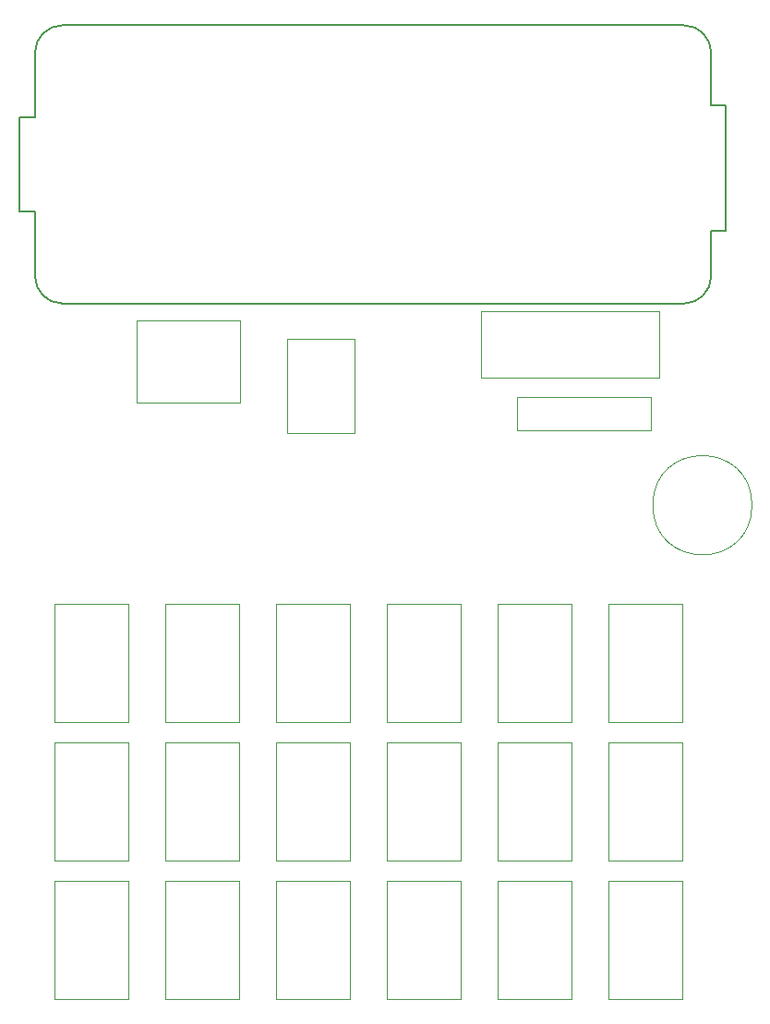
<source format=gbr>
%TF.GenerationSoftware,KiCad,Pcbnew,7.0.10-1.fc39*%
%TF.CreationDate,2024-02-14T22:36:16-06:00*%
%TF.ProjectId,mkr-sensor-shield,6d6b722d-7365-46e7-936f-722d73686965,rev?*%
%TF.SameCoordinates,Original*%
%TF.FileFunction,Other,User*%
%FSLAX46Y46*%
G04 Gerber Fmt 4.6, Leading zero omitted, Abs format (unit mm)*
G04 Created by KiCad (PCBNEW 7.0.10-1.fc39) date 2024-02-14 22:36:16*
%MOMM*%
%LPD*%
G01*
G04 APERTURE LIST*
%ADD10C,0.050000*%
%ADD11C,0.150000*%
G04 APERTURE END LIST*
D10*
%TO.C,J5*%
X161260001Y-144075001D02*
X168010001Y-144075001D01*
X168010001Y-144075001D02*
X168010001Y-133175001D01*
X161260001Y-133175001D02*
X161260001Y-144075001D01*
X168010001Y-133175001D02*
X161260001Y-133175001D01*
%TO.C,J10*%
X140940001Y-131375001D02*
X147690001Y-131375001D01*
X147690001Y-131375001D02*
X147690001Y-120475001D01*
X140940001Y-120475001D02*
X140940001Y-131375001D01*
X147690001Y-120475001D02*
X140940001Y-120475001D01*
%TO.C,J18*%
X151100001Y-118675001D02*
X157850001Y-118675001D01*
X157850001Y-118675001D02*
X157850001Y-107775001D01*
X151100001Y-107775001D02*
X151100001Y-118675001D01*
X157850001Y-107775001D02*
X151100001Y-107775001D01*
%TO.C,J15*%
X181580001Y-118675001D02*
X188330001Y-118675001D01*
X188330001Y-118675001D02*
X188330001Y-107775001D01*
X181580001Y-107775001D02*
X181580001Y-118675001D01*
X188330001Y-107775001D02*
X181580001Y-107775001D01*
%TO.C,H1*%
X194760001Y-98765001D02*
G75*
G03*
X185660001Y-98765001I-4550000J0D01*
G01*
X185660001Y-98765001D02*
G75*
G03*
X194760001Y-98765001I4550000J0D01*
G01*
%TO.C,SW1*%
X138304801Y-81835001D02*
X138554801Y-81835001D01*
X138304801Y-82085001D02*
X138304801Y-81835001D01*
X138304801Y-89085001D02*
X138304801Y-82085001D01*
X138304801Y-89085001D02*
X138304801Y-89335001D01*
X138304801Y-89335001D02*
X138554801Y-89335001D01*
X138554801Y-81835001D02*
X147554801Y-81835001D01*
X147554801Y-81835001D02*
X147804801Y-81835001D01*
X147554801Y-89335001D02*
X138554801Y-89335001D01*
X147554801Y-89335001D02*
X147804801Y-89335001D01*
X147804801Y-81835001D02*
X147804801Y-82085001D01*
X147804801Y-82085001D02*
X147804801Y-89085001D01*
X147804801Y-89335001D02*
X147804801Y-89085001D01*
%TO.C,J7*%
X181580001Y-144075001D02*
X188330001Y-144075001D01*
X188330001Y-144075001D02*
X188330001Y-133175001D01*
X181580001Y-133175001D02*
X181580001Y-144075001D01*
X188330001Y-133175001D02*
X181580001Y-133175001D01*
%TO.C,J9*%
X130780001Y-131375001D02*
X137530001Y-131375001D01*
X137530001Y-131375001D02*
X137530001Y-120475001D01*
X130780001Y-120475001D02*
X130780001Y-131375001D01*
X137530001Y-120475001D02*
X130780001Y-120475001D01*
%TO.C,J16*%
X130780001Y-118675001D02*
X137530001Y-118675001D01*
X137530001Y-118675001D02*
X137530001Y-107775001D01*
X130780001Y-107775001D02*
X130780001Y-118675001D01*
X137530001Y-107775001D02*
X130780001Y-107775001D01*
%TO.C,J6*%
X171420001Y-144075001D02*
X178170001Y-144075001D01*
X178170001Y-144075001D02*
X178170001Y-133175001D01*
X171420001Y-133175001D02*
X171420001Y-144075001D01*
X178170001Y-133175001D02*
X171420001Y-133175001D01*
D11*
%TO.C,A1*%
X127556001Y-63197001D02*
X129006001Y-63197001D01*
X127556001Y-71833001D02*
X127556001Y-63197001D01*
X129006001Y-63197001D02*
X129006001Y-57265001D01*
X129006001Y-71833001D02*
X127556001Y-71833001D01*
X129006001Y-77765001D02*
X129006001Y-71833001D01*
X131510001Y-54761001D02*
X188510001Y-54761001D01*
X188510001Y-80269001D02*
X131510001Y-80269001D01*
X191014001Y-57265001D02*
X191014001Y-62057001D01*
X191014001Y-62057001D02*
X192364001Y-62057001D01*
X191014001Y-73565001D02*
X191014001Y-77765001D01*
X192364001Y-62057001D02*
X192364001Y-73565001D01*
X192364001Y-73565001D02*
X191014001Y-73565001D01*
X131510001Y-54761001D02*
G75*
G03*
X129006001Y-57265001I1J-2504001D01*
G01*
X129006001Y-77765001D02*
G75*
G03*
X131510001Y-80269001I2504001J1D01*
G01*
X191014001Y-57265001D02*
G75*
G03*
X188510001Y-54761001I-2504000J0D01*
G01*
X188510001Y-80269001D02*
G75*
G03*
X191014001Y-77765001I0J2504000D01*
G01*
D10*
%TO.C,J17*%
X140940001Y-118675001D02*
X147690001Y-118675001D01*
X147690001Y-118675001D02*
X147690001Y-107775001D01*
X140940001Y-107775001D02*
X140940001Y-118675001D01*
X147690001Y-107775001D02*
X140940001Y-107775001D01*
%TO.C,J3*%
X140940001Y-144075001D02*
X147690001Y-144075001D01*
X147690001Y-144075001D02*
X147690001Y-133175001D01*
X140940001Y-133175001D02*
X140940001Y-144075001D01*
X147690001Y-133175001D02*
X140940001Y-133175001D01*
%TO.C,J8*%
X181580001Y-131375001D02*
X188330001Y-131375001D01*
X188330001Y-131375001D02*
X188330001Y-120475001D01*
X181580001Y-120475001D02*
X181580001Y-131375001D01*
X188330001Y-120475001D02*
X181580001Y-120475001D01*
%TO.C,J2*%
X130780001Y-144075001D02*
X137530001Y-144075001D01*
X137530001Y-144075001D02*
X137530001Y-133175001D01*
X130780001Y-133175001D02*
X130780001Y-144075001D01*
X137530001Y-133175001D02*
X130780001Y-133175001D01*
%TO.C,J14*%
X171420001Y-118675001D02*
X178170001Y-118675001D01*
X178170001Y-118675001D02*
X178170001Y-107775001D01*
X171420001Y-107775001D02*
X171420001Y-118675001D01*
X178170001Y-107775001D02*
X171420001Y-107775001D01*
%TO.C,J19*%
X161260001Y-118675001D02*
X168010001Y-118675001D01*
X168010001Y-118675001D02*
X168010001Y-107775001D01*
X161260001Y-107775001D02*
X161260001Y-118675001D01*
X168010001Y-107775001D02*
X161260001Y-107775001D01*
%TO.C,J1*%
X186214801Y-80955001D02*
X169914801Y-80955001D01*
X169914801Y-80955001D02*
X169914801Y-87105001D01*
X186214801Y-87105001D02*
X186214801Y-80955001D01*
X169914801Y-87105001D02*
X186214801Y-87105001D01*
%TO.C,J12*%
X161260001Y-131375001D02*
X168010001Y-131375001D01*
X168010001Y-131375001D02*
X168010001Y-120475001D01*
X161260001Y-120475001D02*
X161260001Y-131375001D01*
X168010001Y-120475001D02*
X161260001Y-120475001D01*
%TO.C,J11*%
X151100001Y-131375001D02*
X157850001Y-131375001D01*
X157850001Y-131375001D02*
X157850001Y-120475001D01*
X151100001Y-120475001D02*
X151100001Y-131375001D01*
X157850001Y-120475001D02*
X151100001Y-120475001D01*
%TO.C,J4*%
X151100001Y-144075001D02*
X157850001Y-144075001D01*
X157850001Y-144075001D02*
X157850001Y-133175001D01*
X151100001Y-133175001D02*
X151100001Y-144075001D01*
X157850001Y-133175001D02*
X151100001Y-133175001D01*
%TO.C,R1*%
X185454801Y-91875001D02*
X185454801Y-88875001D01*
X185454801Y-88875001D02*
X173194801Y-88875001D01*
X173194801Y-91875001D02*
X185454801Y-91875001D01*
X173194801Y-88875001D02*
X173194801Y-91875001D01*
%TO.C,J13*%
X171420001Y-131375001D02*
X178170001Y-131375001D01*
X178170001Y-131375001D02*
X178170001Y-120475001D01*
X171420001Y-120475001D02*
X171420001Y-131375001D01*
X178170001Y-120475001D02*
X171420001Y-120475001D01*
%TO.C,J20*%
X152124801Y-83495001D02*
X152124801Y-92145001D01*
X152124801Y-92145001D02*
X158274801Y-92145001D01*
X158274801Y-83495001D02*
X152124801Y-83495001D01*
X158274801Y-92145001D02*
X158274801Y-83495001D01*
%TD*%
M02*

</source>
